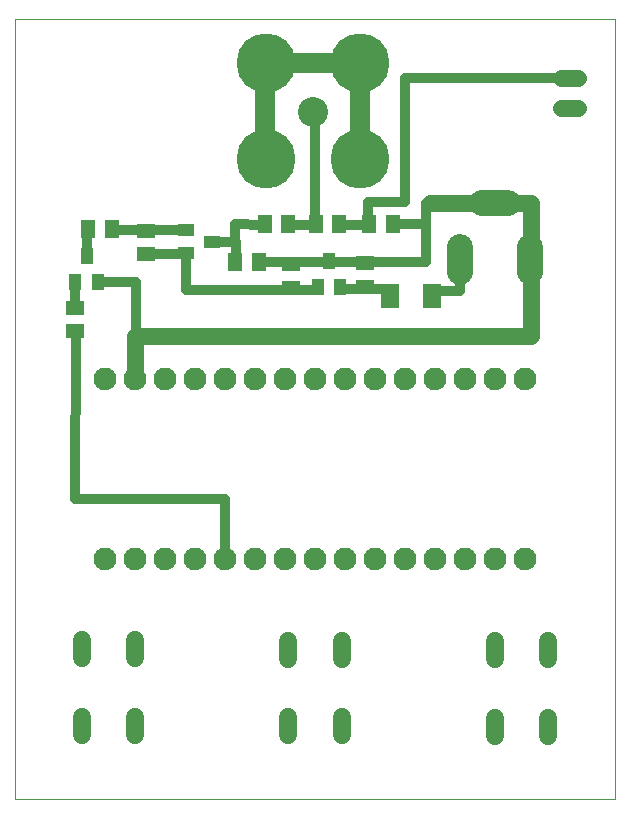
<source format=gtl>
G75*
%MOIN*%
%OFA0B0*%
%FSLAX25Y25*%
%IPPOS*%
%LPD*%
%AMOC8*
5,1,8,0,0,1.08239X$1,22.5*
%
%ADD10C,0.00000*%
%ADD11C,0.06000*%
%ADD12C,0.08600*%
%ADD13R,0.05118X0.06299*%
%ADD14R,0.06299X0.05118*%
%ADD15R,0.03937X0.05512*%
%ADD16R,0.05512X0.03937*%
%ADD17C,0.05600*%
%ADD18R,0.05906X0.08268*%
%ADD19C,0.07600*%
%ADD20C,0.19685*%
%ADD21C,0.10000*%
%ADD22C,0.03200*%
%ADD23R,0.03962X0.03962*%
%ADD24C,0.06600*%
%ADD25C,0.03569*%
D10*
X0001000Y0001000D02*
X0201000Y0001000D01*
X0201000Y0261000D01*
X0001000Y0261000D01*
X0001000Y0001000D01*
D11*
X0023278Y0022452D02*
X0023278Y0028452D01*
X0023278Y0048052D02*
X0023278Y0054052D01*
X0041078Y0054052D02*
X0041078Y0048052D01*
X0041078Y0028452D02*
X0041078Y0022452D01*
X0092089Y0022340D02*
X0092089Y0028340D01*
X0109889Y0028340D02*
X0109889Y0022340D01*
X0109889Y0047940D02*
X0109889Y0053940D01*
X0092089Y0053940D02*
X0092089Y0047940D01*
X0160940Y0047900D02*
X0160940Y0053900D01*
X0178740Y0053900D02*
X0178740Y0047900D01*
X0178740Y0028300D02*
X0178740Y0022300D01*
X0160940Y0022300D02*
X0160940Y0028300D01*
D12*
X0149189Y0176700D02*
X0149189Y0185300D01*
X0156700Y0199898D02*
X0165300Y0199898D01*
X0172811Y0185300D02*
X0172811Y0176700D01*
D13*
X0126859Y0192701D03*
X0118985Y0192701D03*
X0109129Y0192729D03*
X0101255Y0192729D03*
X0092077Y0192672D03*
X0084203Y0192672D03*
X0082271Y0180061D03*
X0074397Y0180061D03*
X0033187Y0191200D03*
X0025313Y0191200D03*
D14*
X0044625Y0190596D03*
X0044625Y0182722D03*
X0021000Y0164937D03*
X0021000Y0157063D03*
X0092902Y0171608D03*
X0092902Y0179482D03*
X0117664Y0179781D03*
X0117664Y0171907D03*
D15*
X0109377Y0171700D03*
X0105637Y0180361D03*
X0101897Y0171700D03*
X0028613Y0173499D03*
X0021133Y0173499D03*
X0024873Y0182160D03*
D16*
X0058014Y0183223D03*
X0058014Y0190703D03*
X0066676Y0186963D03*
D17*
X0041101Y0155354D02*
X0041101Y0141000D01*
X0041101Y0155354D02*
X0172881Y0155354D01*
X0172881Y0180835D01*
X0172895Y0176496D02*
X0172895Y0199978D01*
X0139232Y0199852D01*
X0182982Y0231633D02*
X0188582Y0231633D01*
X0188582Y0241633D02*
X0182982Y0241633D01*
D18*
X0140094Y0168929D03*
X0125921Y0168929D03*
D19*
X0121085Y0141051D03*
X0111085Y0141051D03*
X0101085Y0141051D03*
X0091085Y0141051D03*
X0081085Y0141051D03*
X0071085Y0141051D03*
X0061085Y0141051D03*
X0051085Y0141051D03*
X0041085Y0141051D03*
X0031085Y0141051D03*
X0031085Y0081051D03*
X0041085Y0081051D03*
X0051085Y0081051D03*
X0061085Y0081051D03*
X0071085Y0081051D03*
X0081085Y0081051D03*
X0091085Y0081051D03*
X0101085Y0081051D03*
X0111085Y0081051D03*
X0121085Y0081051D03*
X0131085Y0081051D03*
X0141085Y0081051D03*
X0151085Y0081051D03*
X0161085Y0081051D03*
X0171085Y0081051D03*
X0171085Y0141051D03*
X0161085Y0141051D03*
X0151085Y0141051D03*
X0141085Y0141051D03*
X0131085Y0141051D03*
D20*
X0116039Y0214465D03*
X0116039Y0246354D03*
X0084543Y0246354D03*
X0084543Y0214465D03*
D21*
X0100291Y0230213D03*
D22*
X0101000Y0231000D02*
X0101000Y0192424D01*
X0101013Y0192424D01*
X0100928Y0192574D02*
X0092252Y0192574D01*
X0092252Y0192384D01*
X0083698Y0192545D02*
X0074484Y0192669D01*
X0074484Y0186742D01*
X0074524Y0186824D02*
X0074568Y0180253D01*
X0074524Y0186824D02*
X0067047Y0186824D01*
X0058205Y0190684D02*
X0051975Y0190745D01*
X0033372Y0190745D01*
X0024988Y0191109D02*
X0024988Y0181809D01*
X0024897Y0181809D01*
X0021157Y0173891D02*
X0021157Y0165344D01*
X0028541Y0173339D02*
X0041362Y0173339D01*
X0041362Y0154454D01*
X0058060Y0170787D02*
X0093228Y0170787D01*
X0093228Y0170945D01*
X0093029Y0170966D02*
X0093029Y0170890D01*
X0093029Y0170966D02*
X0101769Y0170966D01*
X0105874Y0180084D02*
X0092421Y0180084D01*
X0092467Y0180168D02*
X0093253Y0180168D01*
X0093025Y0179165D01*
X0096064Y0180172D02*
X0083640Y0180172D01*
X0105581Y0180236D02*
X0137893Y0180236D01*
X0137893Y0185409D01*
X0137895Y0199734D01*
X0137973Y0192827D02*
X0126954Y0192827D01*
X0126954Y0192764D01*
X0130852Y0200006D02*
X0130852Y0241433D01*
X0186461Y0241433D01*
X0149246Y0180812D02*
X0149246Y0170467D01*
X0141557Y0170467D01*
X0126645Y0171072D02*
X0111000Y0171000D01*
X0109097Y0192511D02*
X0119229Y0192511D01*
X0118695Y0192505D02*
X0118695Y0200006D01*
X0130852Y0200006D01*
X0109097Y0192574D02*
X0109097Y0192511D01*
X0058060Y0182973D02*
X0058060Y0170787D01*
X0058060Y0182973D02*
X0044698Y0182973D01*
X0021263Y0156684D02*
X0021000Y0101000D01*
X0071000Y0101000D01*
X0071000Y0081000D01*
D23*
X0172895Y0176496D03*
D24*
X0116143Y0213957D02*
X0116143Y0246334D01*
X0084666Y0246334D01*
X0084367Y0246782D02*
X0084367Y0214249D01*
D25*
X0058087Y0171070D03*
M02*

</source>
